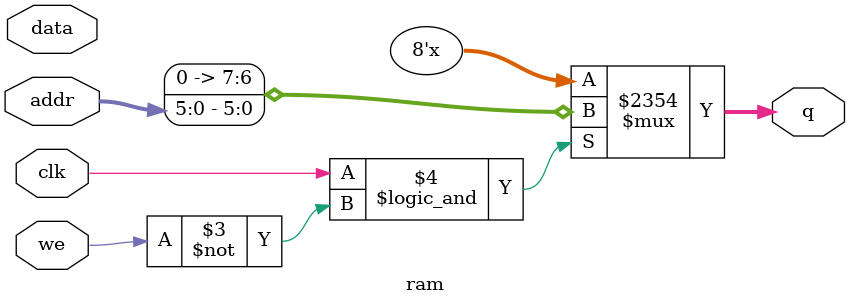
<source format=v>
module ram #(
    parameter ADDR_WIDTH=6,
    parameter DATA_WIDTH=8
) (
    input [DATA_WIDTH-1:0] data,
    input [ADDR_WIDTH-1:0] addr,
    input we, clk,
    output [7:0] q
);
reg [DATA_WIDTH-1:0] ram[2**ADDR_WIDTH-1:0];
// when we is high, write data to ram at address addr
// assign the ram value at address addr to q
always @(we)
    if (clk && ~we) q <= addr;
// when we is low, read data from ram at address addr
always @(clk)
    if (~clk && we)
        ram[addr] <= data;
endmodule

</source>
